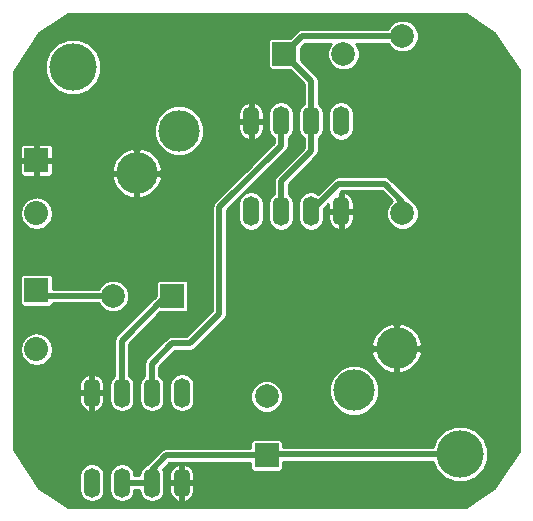
<source format=gbr>
G04 #@! TF.FileFunction,Copper,L1,Top,Signal*
%FSLAX46Y46*%
G04 Gerber Fmt 4.6, Leading zero omitted, Abs format (unit mm)*
G04 Created by KiCad (PCBNEW (2014-11-17 BZR 5289)-product) date Wed 28 Oct 2015 01:57:00 PM EDT*
%MOMM*%
G01*
G04 APERTURE LIST*
%ADD10C,0.100000*%
%ADD11R,2.032000X2.032000*%
%ADD12O,2.032000X2.032000*%
%ADD13O,1.400000X2.500000*%
%ADD14R,2.000000X2.000000*%
%ADD15C,2.000000*%
%ADD16C,1.998980*%
%ADD17C,3.500000*%
%ADD18C,4.000000*%
%ADD19C,0.500000*%
%ADD20C,0.254000*%
G04 APERTURE END LIST*
D10*
D11*
X193000000Y-91500000D03*
D12*
X193000000Y-96000000D03*
D11*
X193000000Y-102500000D03*
D12*
X193000000Y-107500000D03*
D13*
X205310000Y-111190000D03*
X202770000Y-111190000D03*
X200230000Y-111190000D03*
X197690000Y-111190000D03*
X197690000Y-118810000D03*
X200230000Y-118810000D03*
X202770000Y-118810000D03*
X205310000Y-118810000D03*
X218810000Y-88190000D03*
X216270000Y-88190000D03*
X213730000Y-88190000D03*
X211190000Y-88190000D03*
X211190000Y-95810000D03*
X213730000Y-95810000D03*
X216270000Y-95810000D03*
X218810000Y-95810000D03*
D14*
X214000000Y-82500000D03*
D15*
X219000000Y-82500000D03*
D14*
X212500000Y-116500000D03*
D15*
X212500000Y-111500000D03*
D14*
X204500000Y-103000000D03*
D15*
X199500000Y-103000000D03*
D16*
X224000000Y-96000000D03*
X224000000Y-81000000D03*
D17*
X223500000Y-107407898D03*
X219907898Y-111000000D03*
D18*
X228888154Y-116388154D03*
D17*
X201500000Y-92592102D03*
X205092102Y-89000000D03*
D18*
X196111846Y-83611846D03*
D19*
X215500000Y-81000000D02*
X214000000Y-82500000D01*
X224000000Y-81000000D02*
X215500000Y-81000000D01*
X216270000Y-84770000D02*
X216270000Y-88190000D01*
X214000000Y-82500000D02*
X216270000Y-84770000D01*
X213730000Y-93270000D02*
X216270000Y-90730000D01*
X216270000Y-90730000D02*
X216270000Y-88190000D01*
X213730000Y-95810000D02*
X213730000Y-93270000D01*
X200230000Y-118810000D02*
X202770000Y-118810000D01*
X202770000Y-117730000D02*
X204000000Y-116500000D01*
X204000000Y-116500000D02*
X212500000Y-116500000D01*
X202770000Y-118810000D02*
X202770000Y-117730000D01*
X212611846Y-116388154D02*
X212500000Y-116500000D01*
X228888154Y-116388154D02*
X212611846Y-116388154D01*
X200230000Y-106770000D02*
X200230000Y-111190000D01*
X204000000Y-103000000D02*
X200230000Y-106770000D01*
X204500000Y-103000000D02*
X204000000Y-103000000D01*
X199500000Y-103000000D02*
X193500000Y-103000000D01*
X193500000Y-103000000D02*
X193000000Y-102500000D01*
X222500000Y-93500000D02*
X218580000Y-93500000D01*
X218580000Y-93500000D02*
X216270000Y-95810000D01*
X224000000Y-95000000D02*
X222500000Y-93500000D01*
X224000000Y-96000000D02*
X224000000Y-95000000D01*
X202770000Y-108730000D02*
X204500000Y-107000000D01*
X204500000Y-107000000D02*
X206000000Y-107000000D01*
X206000000Y-107000000D02*
X208500000Y-104500000D01*
X208500000Y-104500000D02*
X208500000Y-95500000D01*
X208500000Y-95500000D02*
X213730000Y-90270000D01*
X213730000Y-90270000D02*
X213730000Y-88190000D01*
X202770000Y-111190000D02*
X202770000Y-108730000D01*
D20*
G36*
X233873000Y-115956578D02*
X233832802Y-116158665D01*
X231760334Y-119260333D01*
X231269567Y-119588253D01*
X231269567Y-115916622D01*
X230907845Y-115041188D01*
X230238643Y-114370817D01*
X229363842Y-114007568D01*
X228416622Y-114006741D01*
X227541188Y-114368463D01*
X226870817Y-115037665D01*
X226572059Y-115757154D01*
X225622462Y-115757154D01*
X225622462Y-107872646D01*
X225622462Y-106943150D01*
X225380729Y-106389869D01*
X225380729Y-95726608D01*
X225380729Y-80726608D01*
X225171005Y-80219037D01*
X224783006Y-79830360D01*
X224275801Y-79619751D01*
X223726608Y-79619271D01*
X223219037Y-79828995D01*
X222830360Y-80216994D01*
X222767241Y-80369000D01*
X215500000Y-80369000D01*
X215298589Y-80409063D01*
X215258526Y-80417032D01*
X215053815Y-80553816D01*
X214488631Y-81119000D01*
X212924214Y-81119000D01*
X212784180Y-81177004D01*
X212677004Y-81284181D01*
X212619000Y-81424215D01*
X212619000Y-81575786D01*
X212619000Y-83575786D01*
X212677004Y-83715820D01*
X212784181Y-83822996D01*
X212924215Y-83881000D01*
X213075786Y-83881000D01*
X214488631Y-83881000D01*
X215639000Y-85031368D01*
X215639000Y-86754541D01*
X215505618Y-86843665D01*
X215271286Y-87194366D01*
X215189000Y-87608047D01*
X215189000Y-88771953D01*
X215271286Y-89185634D01*
X215505618Y-89536335D01*
X215639000Y-89625458D01*
X215639000Y-90468631D01*
X214811000Y-91296631D01*
X214811000Y-88771953D01*
X214811000Y-87608047D01*
X214728714Y-87194366D01*
X214494382Y-86843665D01*
X214143681Y-86609333D01*
X213730000Y-86527047D01*
X213316319Y-86609333D01*
X212965618Y-86843665D01*
X212731286Y-87194366D01*
X212649000Y-87608047D01*
X212649000Y-88771953D01*
X212731286Y-89185634D01*
X212965618Y-89536335D01*
X213099000Y-89625458D01*
X213099000Y-90008632D01*
X212271000Y-90836632D01*
X212271000Y-88867000D01*
X212271000Y-88317000D01*
X212271000Y-88063000D01*
X212271000Y-87513000D01*
X212140113Y-87108987D01*
X211864580Y-86785815D01*
X211483371Y-86599570D01*
X211317000Y-86662465D01*
X211317000Y-88063000D01*
X212271000Y-88063000D01*
X212271000Y-88317000D01*
X211317000Y-88317000D01*
X211317000Y-89717535D01*
X211483371Y-89780430D01*
X211864580Y-89594185D01*
X212140113Y-89271013D01*
X212271000Y-88867000D01*
X212271000Y-90836632D01*
X211063000Y-92044632D01*
X211063000Y-89717535D01*
X211063000Y-88317000D01*
X211063000Y-88063000D01*
X211063000Y-86662465D01*
X210896629Y-86599570D01*
X210515420Y-86785815D01*
X210239887Y-87108987D01*
X210109000Y-87513000D01*
X210109000Y-88063000D01*
X211063000Y-88063000D01*
X211063000Y-88317000D01*
X210109000Y-88317000D01*
X210109000Y-88867000D01*
X210239887Y-89271013D01*
X210515420Y-89594185D01*
X210896629Y-89780430D01*
X211063000Y-89717535D01*
X211063000Y-92044632D01*
X208053816Y-95053816D01*
X207917032Y-95258527D01*
X207869000Y-95500000D01*
X207869000Y-104238632D01*
X207223471Y-104884161D01*
X207223471Y-88577978D01*
X206899729Y-87794462D01*
X206300793Y-87194479D01*
X205517844Y-86869370D01*
X204670080Y-86868631D01*
X203886564Y-87192373D01*
X203286581Y-87791309D01*
X202961472Y-88574258D01*
X202960733Y-89422022D01*
X203284475Y-90205538D01*
X203883411Y-90805521D01*
X204666360Y-91130630D01*
X205514124Y-91131369D01*
X206297640Y-90807627D01*
X206897623Y-90208691D01*
X207222732Y-89425742D01*
X207223471Y-88577978D01*
X207223471Y-104884161D01*
X205881000Y-106226632D01*
X205881000Y-104075785D01*
X205881000Y-103924214D01*
X205881000Y-101924214D01*
X205822996Y-101784180D01*
X205715819Y-101677004D01*
X205575785Y-101619000D01*
X205424214Y-101619000D01*
X203622462Y-101619000D01*
X203622462Y-93056850D01*
X203622462Y-92127354D01*
X203283048Y-91350500D01*
X202672181Y-90762668D01*
X201964748Y-90469640D01*
X201627000Y-90518488D01*
X201627000Y-92465102D01*
X203573614Y-92465102D01*
X203622462Y-92127354D01*
X203622462Y-93056850D01*
X203573614Y-92719102D01*
X201627000Y-92719102D01*
X201627000Y-94665716D01*
X201964748Y-94714564D01*
X202741602Y-94375150D01*
X203329434Y-93764283D01*
X203622462Y-93056850D01*
X203622462Y-101619000D01*
X203424214Y-101619000D01*
X203284180Y-101677004D01*
X203177004Y-101784181D01*
X203119000Y-101924215D01*
X203119000Y-102075786D01*
X203119000Y-102988632D01*
X201373000Y-104734632D01*
X201373000Y-94665716D01*
X201373000Y-92719102D01*
X201373000Y-92465102D01*
X201373000Y-90518488D01*
X201035252Y-90469640D01*
X200258398Y-90809054D01*
X199670566Y-91419921D01*
X199377538Y-92127354D01*
X199426386Y-92465102D01*
X201373000Y-92465102D01*
X201373000Y-92719102D01*
X199426386Y-92719102D01*
X199377538Y-93056850D01*
X199716952Y-93833704D01*
X200327819Y-94421536D01*
X201035252Y-94714564D01*
X201373000Y-94665716D01*
X201373000Y-104734632D01*
X200881239Y-105226393D01*
X200881239Y-102726507D01*
X200671437Y-102218749D01*
X200283295Y-101829928D01*
X199775903Y-101619241D01*
X199226507Y-101618761D01*
X198718749Y-101828563D01*
X198493259Y-102053659D01*
X198493259Y-83140314D01*
X198131537Y-82264880D01*
X197462335Y-81594509D01*
X196587534Y-81231260D01*
X195640314Y-81230433D01*
X194764880Y-81592155D01*
X194094509Y-82261357D01*
X193731260Y-83136158D01*
X193730433Y-84083378D01*
X194092155Y-84958812D01*
X194761357Y-85629183D01*
X195636158Y-85992432D01*
X196583378Y-85993259D01*
X197458812Y-85631537D01*
X198129183Y-84962335D01*
X198492432Y-84087534D01*
X198493259Y-83140314D01*
X198493259Y-102053659D01*
X198329928Y-102216705D01*
X198266689Y-102369000D01*
X194397000Y-102369000D01*
X194397000Y-101408214D01*
X194397000Y-96027369D01*
X194397000Y-95972631D01*
X194397000Y-92591786D01*
X194397000Y-91722250D01*
X194397000Y-91277750D01*
X194397000Y-90408214D01*
X194338996Y-90268180D01*
X194231819Y-90161004D01*
X194091785Y-90103000D01*
X193940214Y-90103000D01*
X193222250Y-90103000D01*
X193127000Y-90198250D01*
X193127000Y-91373000D01*
X194301750Y-91373000D01*
X194397000Y-91277750D01*
X194397000Y-91722250D01*
X194301750Y-91627000D01*
X193127000Y-91627000D01*
X193127000Y-92801750D01*
X193222250Y-92897000D01*
X193940214Y-92897000D01*
X194091785Y-92897000D01*
X194231819Y-92838996D01*
X194338996Y-92731820D01*
X194397000Y-92591786D01*
X194397000Y-95972631D01*
X194290660Y-95438022D01*
X193987828Y-94984803D01*
X193534609Y-94681971D01*
X193000000Y-94575631D01*
X192873000Y-94600892D01*
X192873000Y-92801750D01*
X192873000Y-91627000D01*
X192873000Y-91373000D01*
X192873000Y-90198250D01*
X192777750Y-90103000D01*
X192059786Y-90103000D01*
X191908215Y-90103000D01*
X191768181Y-90161004D01*
X191661004Y-90268180D01*
X191603000Y-90408214D01*
X191603000Y-91277750D01*
X191698250Y-91373000D01*
X192873000Y-91373000D01*
X192873000Y-91627000D01*
X191698250Y-91627000D01*
X191603000Y-91722250D01*
X191603000Y-92591786D01*
X191661004Y-92731820D01*
X191768181Y-92838996D01*
X191908215Y-92897000D01*
X192059786Y-92897000D01*
X192777750Y-92897000D01*
X192873000Y-92801750D01*
X192873000Y-94600892D01*
X192465391Y-94681971D01*
X192012172Y-94984803D01*
X191709340Y-95438022D01*
X191603000Y-95972631D01*
X191603000Y-96027369D01*
X191709340Y-96561978D01*
X192012172Y-97015197D01*
X192465391Y-97318029D01*
X193000000Y-97424369D01*
X193534609Y-97318029D01*
X193987828Y-97015197D01*
X194290660Y-96561978D01*
X194397000Y-96027369D01*
X194397000Y-101408214D01*
X194338996Y-101268180D01*
X194231819Y-101161004D01*
X194091785Y-101103000D01*
X193940214Y-101103000D01*
X191908214Y-101103000D01*
X191768180Y-101161004D01*
X191661004Y-101268181D01*
X191603000Y-101408215D01*
X191603000Y-101559786D01*
X191603000Y-103591786D01*
X191661004Y-103731820D01*
X191768181Y-103838996D01*
X191908215Y-103897000D01*
X192059786Y-103897000D01*
X194091786Y-103897000D01*
X194231820Y-103838996D01*
X194338996Y-103731819D01*
X194380756Y-103631000D01*
X198266480Y-103631000D01*
X198328563Y-103781251D01*
X198716705Y-104170072D01*
X199224097Y-104380759D01*
X199773493Y-104381239D01*
X200281251Y-104171437D01*
X200670072Y-103783295D01*
X200880759Y-103275903D01*
X200881239Y-102726507D01*
X200881239Y-105226393D01*
X199783816Y-106323816D01*
X199647032Y-106528527D01*
X199599000Y-106770000D01*
X199599000Y-109754541D01*
X199465618Y-109843665D01*
X199231286Y-110194366D01*
X199149000Y-110608047D01*
X199149000Y-111771953D01*
X199231286Y-112185634D01*
X199465618Y-112536335D01*
X199816319Y-112770667D01*
X200230000Y-112852953D01*
X200643681Y-112770667D01*
X200994382Y-112536335D01*
X201228714Y-112185634D01*
X201311000Y-111771953D01*
X201311000Y-110608047D01*
X201228714Y-110194366D01*
X200994382Y-109843665D01*
X200861000Y-109754541D01*
X200861000Y-107031368D01*
X203511368Y-104381000D01*
X203575786Y-104381000D01*
X205575786Y-104381000D01*
X205715820Y-104322996D01*
X205822996Y-104215819D01*
X205881000Y-104075785D01*
X205881000Y-106226632D01*
X205738632Y-106369000D01*
X204500000Y-106369000D01*
X204258527Y-106417032D01*
X204190599Y-106462420D01*
X204053815Y-106553816D01*
X202323816Y-108283816D01*
X202187032Y-108488527D01*
X202139000Y-108730000D01*
X202139000Y-109754541D01*
X202005618Y-109843665D01*
X201771286Y-110194366D01*
X201689000Y-110608047D01*
X201689000Y-111771953D01*
X201771286Y-112185634D01*
X202005618Y-112536335D01*
X202356319Y-112770667D01*
X202770000Y-112852953D01*
X203183681Y-112770667D01*
X203534382Y-112536335D01*
X203768714Y-112185634D01*
X203851000Y-111771953D01*
X203851000Y-110608047D01*
X203768714Y-110194366D01*
X203534382Y-109843665D01*
X203401000Y-109754541D01*
X203401000Y-108991368D01*
X204761368Y-107631000D01*
X206000000Y-107631000D01*
X206000000Y-107630999D01*
X206241473Y-107582968D01*
X206446184Y-107446184D01*
X208946184Y-104946184D01*
X209082968Y-104741473D01*
X209131000Y-104500000D01*
X209131000Y-95761368D01*
X210419405Y-94472962D01*
X210191286Y-94814366D01*
X210109000Y-95228047D01*
X210109000Y-96391953D01*
X210191286Y-96805634D01*
X210425618Y-97156335D01*
X210776319Y-97390667D01*
X211190000Y-97472953D01*
X211603681Y-97390667D01*
X211954382Y-97156335D01*
X212188714Y-96805634D01*
X212271000Y-96391953D01*
X212271000Y-95228047D01*
X212188714Y-94814366D01*
X211954382Y-94463665D01*
X211603681Y-94229333D01*
X211190000Y-94147047D01*
X210776319Y-94229333D01*
X210434915Y-94457452D01*
X214176184Y-90716184D01*
X214312968Y-90511473D01*
X214361000Y-90270000D01*
X214361000Y-89625458D01*
X214494382Y-89536335D01*
X214728714Y-89185634D01*
X214811000Y-88771953D01*
X214811000Y-91296631D01*
X213283816Y-92823816D01*
X213147032Y-93028527D01*
X213099000Y-93270000D01*
X213099000Y-94374541D01*
X212965618Y-94463665D01*
X212731286Y-94814366D01*
X212649000Y-95228047D01*
X212649000Y-96391953D01*
X212731286Y-96805634D01*
X212965618Y-97156335D01*
X213316319Y-97390667D01*
X213730000Y-97472953D01*
X214143681Y-97390667D01*
X214494382Y-97156335D01*
X214728714Y-96805634D01*
X214811000Y-96391953D01*
X214811000Y-95228047D01*
X214728714Y-94814366D01*
X214494382Y-94463665D01*
X214361000Y-94374541D01*
X214361000Y-93531368D01*
X216716184Y-91176185D01*
X216716184Y-91176184D01*
X216852968Y-90971474D01*
X216852968Y-90971473D01*
X216860936Y-90931410D01*
X216900999Y-90730000D01*
X216901000Y-90730000D01*
X216901000Y-89625458D01*
X217034382Y-89536335D01*
X217268714Y-89185634D01*
X217351000Y-88771953D01*
X217351000Y-87608047D01*
X217268714Y-87194366D01*
X217034382Y-86843665D01*
X216901000Y-86754541D01*
X216901000Y-84770000D01*
X216852968Y-84528527D01*
X216716185Y-84323816D01*
X215381000Y-82988631D01*
X215381000Y-82011368D01*
X215761368Y-81631000D01*
X217915782Y-81631000D01*
X217829928Y-81716705D01*
X217619241Y-82224097D01*
X217618761Y-82773493D01*
X217828563Y-83281251D01*
X218216705Y-83670072D01*
X218724097Y-83880759D01*
X219273493Y-83881239D01*
X219781251Y-83671437D01*
X220170072Y-83283295D01*
X220380759Y-82775903D01*
X220381239Y-82226507D01*
X220171437Y-81718749D01*
X220083841Y-81631000D01*
X222767031Y-81631000D01*
X222828995Y-81780963D01*
X223216994Y-82169640D01*
X223724199Y-82380249D01*
X224273392Y-82380729D01*
X224780963Y-82171005D01*
X225169640Y-81783006D01*
X225380249Y-81275801D01*
X225380729Y-80726608D01*
X225380729Y-95726608D01*
X225171005Y-95219037D01*
X224783006Y-94830360D01*
X224572584Y-94742985D01*
X224572583Y-94742985D01*
X224446184Y-94553816D01*
X224446184Y-94553815D01*
X222946184Y-93053816D01*
X222741473Y-92917032D01*
X222500000Y-92869000D01*
X219891000Y-92869000D01*
X219891000Y-88771953D01*
X219891000Y-87608047D01*
X219808714Y-87194366D01*
X219574382Y-86843665D01*
X219223681Y-86609333D01*
X218810000Y-86527047D01*
X218396319Y-86609333D01*
X218045618Y-86843665D01*
X217811286Y-87194366D01*
X217729000Y-87608047D01*
X217729000Y-88771953D01*
X217811286Y-89185634D01*
X218045618Y-89536335D01*
X218396319Y-89770667D01*
X218810000Y-89852953D01*
X219223681Y-89770667D01*
X219574382Y-89536335D01*
X219808714Y-89185634D01*
X219891000Y-88771953D01*
X219891000Y-92869000D01*
X218580000Y-92869000D01*
X218378589Y-92909063D01*
X218338526Y-92917032D01*
X218133815Y-93053816D01*
X216848301Y-94339329D01*
X216683681Y-94229333D01*
X216270000Y-94147047D01*
X215856319Y-94229333D01*
X215505618Y-94463665D01*
X215271286Y-94814366D01*
X215189000Y-95228047D01*
X215189000Y-96391953D01*
X215271286Y-96805634D01*
X215505618Y-97156335D01*
X215856319Y-97390667D01*
X216270000Y-97472953D01*
X216683681Y-97390667D01*
X217034382Y-97156335D01*
X217268714Y-96805634D01*
X217351000Y-96391953D01*
X217351000Y-95621368D01*
X217729000Y-95243368D01*
X217729000Y-95683000D01*
X218683000Y-95683000D01*
X218683000Y-94289368D01*
X218841368Y-94131000D01*
X222238631Y-94131000D01*
X223077708Y-94970077D01*
X222830360Y-95216994D01*
X222619751Y-95724199D01*
X222619271Y-96273392D01*
X222828995Y-96780963D01*
X223216994Y-97169640D01*
X223724199Y-97380249D01*
X224273392Y-97380729D01*
X224780963Y-97171005D01*
X225169640Y-96783006D01*
X225380249Y-96275801D01*
X225380729Y-95726608D01*
X225380729Y-106389869D01*
X225283048Y-106166296D01*
X224672181Y-105578464D01*
X223964748Y-105285436D01*
X223627000Y-105334284D01*
X223627000Y-107280898D01*
X225573614Y-107280898D01*
X225622462Y-106943150D01*
X225622462Y-107872646D01*
X225573614Y-107534898D01*
X223627000Y-107534898D01*
X223627000Y-109481512D01*
X223964748Y-109530360D01*
X224741602Y-109190946D01*
X225329434Y-108580079D01*
X225622462Y-107872646D01*
X225622462Y-115757154D01*
X223373000Y-115757154D01*
X223373000Y-109481512D01*
X223373000Y-107534898D01*
X223373000Y-107280898D01*
X223373000Y-105334284D01*
X223035252Y-105285436D01*
X222258398Y-105624850D01*
X221670566Y-106235717D01*
X221377538Y-106943150D01*
X221426386Y-107280898D01*
X223373000Y-107280898D01*
X223373000Y-107534898D01*
X221426386Y-107534898D01*
X221377538Y-107872646D01*
X221716952Y-108649500D01*
X222327819Y-109237332D01*
X223035252Y-109530360D01*
X223373000Y-109481512D01*
X223373000Y-115757154D01*
X222039267Y-115757154D01*
X222039267Y-110577978D01*
X221715525Y-109794462D01*
X221116589Y-109194479D01*
X220333640Y-108869370D01*
X219891000Y-108868984D01*
X219891000Y-96487000D01*
X219891000Y-95937000D01*
X219891000Y-95683000D01*
X219891000Y-95133000D01*
X219760113Y-94728987D01*
X219484580Y-94405815D01*
X219103371Y-94219570D01*
X218937000Y-94282465D01*
X218937000Y-95683000D01*
X219891000Y-95683000D01*
X219891000Y-95937000D01*
X218937000Y-95937000D01*
X218937000Y-97337535D01*
X219103371Y-97400430D01*
X219484580Y-97214185D01*
X219760113Y-96891013D01*
X219891000Y-96487000D01*
X219891000Y-108868984D01*
X219485876Y-108868631D01*
X218702360Y-109192373D01*
X218683000Y-109211699D01*
X218683000Y-97337535D01*
X218683000Y-95937000D01*
X217729000Y-95937000D01*
X217729000Y-96487000D01*
X217859887Y-96891013D01*
X218135420Y-97214185D01*
X218516629Y-97400430D01*
X218683000Y-97337535D01*
X218683000Y-109211699D01*
X218102377Y-109791309D01*
X217777268Y-110574258D01*
X217776529Y-111422022D01*
X218100271Y-112205538D01*
X218699207Y-112805521D01*
X219482156Y-113130630D01*
X220329920Y-113131369D01*
X221113436Y-112807627D01*
X221713419Y-112208691D01*
X222038528Y-111425742D01*
X222039267Y-110577978D01*
X222039267Y-115757154D01*
X213881239Y-115757154D01*
X213881239Y-111226507D01*
X213671437Y-110718749D01*
X213283295Y-110329928D01*
X212775903Y-110119241D01*
X212226507Y-110118761D01*
X211718749Y-110328563D01*
X211329928Y-110716705D01*
X211119241Y-111224097D01*
X211118761Y-111773493D01*
X211328563Y-112281251D01*
X211716705Y-112670072D01*
X212224097Y-112880759D01*
X212773493Y-112881239D01*
X213281251Y-112671437D01*
X213670072Y-112283295D01*
X213880759Y-111775903D01*
X213881239Y-111226507D01*
X213881239Y-115757154D01*
X213881000Y-115757154D01*
X213881000Y-115424214D01*
X213822996Y-115284180D01*
X213715819Y-115177004D01*
X213575785Y-115119000D01*
X213424214Y-115119000D01*
X211424214Y-115119000D01*
X211284180Y-115177004D01*
X211177004Y-115284181D01*
X211119000Y-115424215D01*
X211119000Y-115575786D01*
X211119000Y-115869000D01*
X206391000Y-115869000D01*
X206391000Y-111771953D01*
X206391000Y-110608047D01*
X206308714Y-110194366D01*
X206074382Y-109843665D01*
X205723681Y-109609333D01*
X205310000Y-109527047D01*
X204896319Y-109609333D01*
X204545618Y-109843665D01*
X204311286Y-110194366D01*
X204229000Y-110608047D01*
X204229000Y-111771953D01*
X204311286Y-112185634D01*
X204545618Y-112536335D01*
X204896319Y-112770667D01*
X205310000Y-112852953D01*
X205723681Y-112770667D01*
X206074382Y-112536335D01*
X206308714Y-112185634D01*
X206391000Y-111771953D01*
X206391000Y-115869000D01*
X204000000Y-115869000D01*
X203758527Y-115917032D01*
X203553816Y-116053815D01*
X202383756Y-117223875D01*
X202356319Y-117229333D01*
X202005618Y-117463665D01*
X201771286Y-117814366D01*
X201698756Y-118179000D01*
X201301243Y-118179000D01*
X201228714Y-117814366D01*
X200994382Y-117463665D01*
X200643681Y-117229333D01*
X200230000Y-117147047D01*
X199816319Y-117229333D01*
X199465618Y-117463665D01*
X199231286Y-117814366D01*
X199149000Y-118228047D01*
X199149000Y-119391953D01*
X199231286Y-119805634D01*
X199465618Y-120156335D01*
X199816319Y-120390667D01*
X200230000Y-120472953D01*
X200643681Y-120390667D01*
X200994382Y-120156335D01*
X201228714Y-119805634D01*
X201301243Y-119441000D01*
X201698756Y-119441000D01*
X201771286Y-119805634D01*
X202005618Y-120156335D01*
X202356319Y-120390667D01*
X202770000Y-120472953D01*
X203183681Y-120390667D01*
X203534382Y-120156335D01*
X203768714Y-119805634D01*
X203851000Y-119391953D01*
X203851000Y-118228047D01*
X203768714Y-117814366D01*
X203692325Y-117700042D01*
X204261368Y-117131000D01*
X211119000Y-117131000D01*
X211119000Y-117575786D01*
X211177004Y-117715820D01*
X211284181Y-117822996D01*
X211424215Y-117881000D01*
X211575786Y-117881000D01*
X213575786Y-117881000D01*
X213715820Y-117822996D01*
X213822996Y-117715819D01*
X213881000Y-117575785D01*
X213881000Y-117424214D01*
X213881000Y-117019154D01*
X226572631Y-117019154D01*
X226868463Y-117735120D01*
X227537665Y-118405491D01*
X228412466Y-118768740D01*
X229359686Y-118769567D01*
X230235120Y-118407845D01*
X230905491Y-117738643D01*
X231268740Y-116863842D01*
X231269567Y-115916622D01*
X231269567Y-119588253D01*
X229346808Y-120873000D01*
X206391000Y-120873000D01*
X206391000Y-119487000D01*
X206391000Y-118937000D01*
X206391000Y-118683000D01*
X206391000Y-118133000D01*
X206260113Y-117728987D01*
X205984580Y-117405815D01*
X205603371Y-117219570D01*
X205437000Y-117282465D01*
X205437000Y-118683000D01*
X206391000Y-118683000D01*
X206391000Y-118937000D01*
X205437000Y-118937000D01*
X205437000Y-120337535D01*
X205603371Y-120400430D01*
X205984580Y-120214185D01*
X206260113Y-119891013D01*
X206391000Y-119487000D01*
X206391000Y-120873000D01*
X205183000Y-120873000D01*
X205183000Y-120337535D01*
X205183000Y-118937000D01*
X205183000Y-118683000D01*
X205183000Y-117282465D01*
X205016629Y-117219570D01*
X204635420Y-117405815D01*
X204359887Y-117728987D01*
X204229000Y-118133000D01*
X204229000Y-118683000D01*
X205183000Y-118683000D01*
X205183000Y-118937000D01*
X204229000Y-118937000D01*
X204229000Y-119487000D01*
X204359887Y-119891013D01*
X204635420Y-120214185D01*
X205016629Y-120400430D01*
X205183000Y-120337535D01*
X205183000Y-120873000D01*
X198771000Y-120873000D01*
X198771000Y-119391953D01*
X198771000Y-118228047D01*
X198771000Y-111867000D01*
X198771000Y-111317000D01*
X198771000Y-111063000D01*
X198771000Y-110513000D01*
X198640113Y-110108987D01*
X198364580Y-109785815D01*
X197983371Y-109599570D01*
X197817000Y-109662465D01*
X197817000Y-111063000D01*
X198771000Y-111063000D01*
X198771000Y-111317000D01*
X197817000Y-111317000D01*
X197817000Y-112717535D01*
X197983371Y-112780430D01*
X198364580Y-112594185D01*
X198640113Y-112271013D01*
X198771000Y-111867000D01*
X198771000Y-118228047D01*
X198688714Y-117814366D01*
X198454382Y-117463665D01*
X198103681Y-117229333D01*
X197690000Y-117147047D01*
X197563000Y-117172308D01*
X197563000Y-112717535D01*
X197563000Y-111317000D01*
X197563000Y-111063000D01*
X197563000Y-109662465D01*
X197396629Y-109599570D01*
X197015420Y-109785815D01*
X196739887Y-110108987D01*
X196609000Y-110513000D01*
X196609000Y-111063000D01*
X197563000Y-111063000D01*
X197563000Y-111317000D01*
X196609000Y-111317000D01*
X196609000Y-111867000D01*
X196739887Y-112271013D01*
X197015420Y-112594185D01*
X197396629Y-112780430D01*
X197563000Y-112717535D01*
X197563000Y-117172308D01*
X197276319Y-117229333D01*
X196925618Y-117463665D01*
X196691286Y-117814366D01*
X196609000Y-118228047D01*
X196609000Y-119391953D01*
X196691286Y-119805634D01*
X196925618Y-120156335D01*
X197276319Y-120390667D01*
X197690000Y-120472953D01*
X198103681Y-120390667D01*
X198454382Y-120156335D01*
X198688714Y-119805634D01*
X198771000Y-119391953D01*
X198771000Y-120873000D01*
X195653191Y-120873000D01*
X194397000Y-120033639D01*
X194397000Y-107527369D01*
X194397000Y-107472631D01*
X194290660Y-106938022D01*
X193987828Y-106484803D01*
X193534609Y-106181971D01*
X193000000Y-106075631D01*
X192465391Y-106181971D01*
X192012172Y-106484803D01*
X191709340Y-106938022D01*
X191603000Y-107472631D01*
X191603000Y-107527369D01*
X191709340Y-108061978D01*
X192012172Y-108515197D01*
X192465391Y-108818029D01*
X193000000Y-108924369D01*
X193534609Y-108818029D01*
X193987828Y-108515197D01*
X194290660Y-108061978D01*
X194397000Y-107527369D01*
X194397000Y-120033639D01*
X193239666Y-119260334D01*
X191167197Y-116158665D01*
X191127000Y-115956578D01*
X191127000Y-84043421D01*
X191167197Y-83841334D01*
X193239666Y-80739665D01*
X195653191Y-79127000D01*
X229346808Y-79127000D01*
X231760334Y-80739666D01*
X233832802Y-83841334D01*
X233873000Y-84043421D01*
X233873000Y-115956578D01*
X233873000Y-115956578D01*
G37*
X233873000Y-115956578D02*
X233832802Y-116158665D01*
X231760334Y-119260333D01*
X231269567Y-119588253D01*
X231269567Y-115916622D01*
X230907845Y-115041188D01*
X230238643Y-114370817D01*
X229363842Y-114007568D01*
X228416622Y-114006741D01*
X227541188Y-114368463D01*
X226870817Y-115037665D01*
X226572059Y-115757154D01*
X225622462Y-115757154D01*
X225622462Y-107872646D01*
X225622462Y-106943150D01*
X225380729Y-106389869D01*
X225380729Y-95726608D01*
X225380729Y-80726608D01*
X225171005Y-80219037D01*
X224783006Y-79830360D01*
X224275801Y-79619751D01*
X223726608Y-79619271D01*
X223219037Y-79828995D01*
X222830360Y-80216994D01*
X222767241Y-80369000D01*
X215500000Y-80369000D01*
X215298589Y-80409063D01*
X215258526Y-80417032D01*
X215053815Y-80553816D01*
X214488631Y-81119000D01*
X212924214Y-81119000D01*
X212784180Y-81177004D01*
X212677004Y-81284181D01*
X212619000Y-81424215D01*
X212619000Y-81575786D01*
X212619000Y-83575786D01*
X212677004Y-83715820D01*
X212784181Y-83822996D01*
X212924215Y-83881000D01*
X213075786Y-83881000D01*
X214488631Y-83881000D01*
X215639000Y-85031368D01*
X215639000Y-86754541D01*
X215505618Y-86843665D01*
X215271286Y-87194366D01*
X215189000Y-87608047D01*
X215189000Y-88771953D01*
X215271286Y-89185634D01*
X215505618Y-89536335D01*
X215639000Y-89625458D01*
X215639000Y-90468631D01*
X214811000Y-91296631D01*
X214811000Y-88771953D01*
X214811000Y-87608047D01*
X214728714Y-87194366D01*
X214494382Y-86843665D01*
X214143681Y-86609333D01*
X213730000Y-86527047D01*
X213316319Y-86609333D01*
X212965618Y-86843665D01*
X212731286Y-87194366D01*
X212649000Y-87608047D01*
X212649000Y-88771953D01*
X212731286Y-89185634D01*
X212965618Y-89536335D01*
X213099000Y-89625458D01*
X213099000Y-90008632D01*
X212271000Y-90836632D01*
X212271000Y-88867000D01*
X212271000Y-88317000D01*
X212271000Y-88063000D01*
X212271000Y-87513000D01*
X212140113Y-87108987D01*
X211864580Y-86785815D01*
X211483371Y-86599570D01*
X211317000Y-86662465D01*
X211317000Y-88063000D01*
X212271000Y-88063000D01*
X212271000Y-88317000D01*
X211317000Y-88317000D01*
X211317000Y-89717535D01*
X211483371Y-89780430D01*
X211864580Y-89594185D01*
X212140113Y-89271013D01*
X212271000Y-88867000D01*
X212271000Y-90836632D01*
X211063000Y-92044632D01*
X211063000Y-89717535D01*
X211063000Y-88317000D01*
X211063000Y-88063000D01*
X211063000Y-86662465D01*
X210896629Y-86599570D01*
X210515420Y-86785815D01*
X210239887Y-87108987D01*
X210109000Y-87513000D01*
X210109000Y-88063000D01*
X211063000Y-88063000D01*
X211063000Y-88317000D01*
X210109000Y-88317000D01*
X210109000Y-88867000D01*
X210239887Y-89271013D01*
X210515420Y-89594185D01*
X210896629Y-89780430D01*
X211063000Y-89717535D01*
X211063000Y-92044632D01*
X208053816Y-95053816D01*
X207917032Y-95258527D01*
X207869000Y-95500000D01*
X207869000Y-104238632D01*
X207223471Y-104884161D01*
X207223471Y-88577978D01*
X206899729Y-87794462D01*
X206300793Y-87194479D01*
X205517844Y-86869370D01*
X204670080Y-86868631D01*
X203886564Y-87192373D01*
X203286581Y-87791309D01*
X202961472Y-88574258D01*
X202960733Y-89422022D01*
X203284475Y-90205538D01*
X203883411Y-90805521D01*
X204666360Y-91130630D01*
X205514124Y-91131369D01*
X206297640Y-90807627D01*
X206897623Y-90208691D01*
X207222732Y-89425742D01*
X207223471Y-88577978D01*
X207223471Y-104884161D01*
X205881000Y-106226632D01*
X205881000Y-104075785D01*
X205881000Y-103924214D01*
X205881000Y-101924214D01*
X205822996Y-101784180D01*
X205715819Y-101677004D01*
X205575785Y-101619000D01*
X205424214Y-101619000D01*
X203622462Y-101619000D01*
X203622462Y-93056850D01*
X203622462Y-92127354D01*
X203283048Y-91350500D01*
X202672181Y-90762668D01*
X201964748Y-90469640D01*
X201627000Y-90518488D01*
X201627000Y-92465102D01*
X203573614Y-92465102D01*
X203622462Y-92127354D01*
X203622462Y-93056850D01*
X203573614Y-92719102D01*
X201627000Y-92719102D01*
X201627000Y-94665716D01*
X201964748Y-94714564D01*
X202741602Y-94375150D01*
X203329434Y-93764283D01*
X203622462Y-93056850D01*
X203622462Y-101619000D01*
X203424214Y-101619000D01*
X203284180Y-101677004D01*
X203177004Y-101784181D01*
X203119000Y-101924215D01*
X203119000Y-102075786D01*
X203119000Y-102988632D01*
X201373000Y-104734632D01*
X201373000Y-94665716D01*
X201373000Y-92719102D01*
X201373000Y-92465102D01*
X201373000Y-90518488D01*
X201035252Y-90469640D01*
X200258398Y-90809054D01*
X199670566Y-91419921D01*
X199377538Y-92127354D01*
X199426386Y-92465102D01*
X201373000Y-92465102D01*
X201373000Y-92719102D01*
X199426386Y-92719102D01*
X199377538Y-93056850D01*
X199716952Y-93833704D01*
X200327819Y-94421536D01*
X201035252Y-94714564D01*
X201373000Y-94665716D01*
X201373000Y-104734632D01*
X200881239Y-105226393D01*
X200881239Y-102726507D01*
X200671437Y-102218749D01*
X200283295Y-101829928D01*
X199775903Y-101619241D01*
X199226507Y-101618761D01*
X198718749Y-101828563D01*
X198493259Y-102053659D01*
X198493259Y-83140314D01*
X198131537Y-82264880D01*
X197462335Y-81594509D01*
X196587534Y-81231260D01*
X195640314Y-81230433D01*
X194764880Y-81592155D01*
X194094509Y-82261357D01*
X193731260Y-83136158D01*
X193730433Y-84083378D01*
X194092155Y-84958812D01*
X194761357Y-85629183D01*
X195636158Y-85992432D01*
X196583378Y-85993259D01*
X197458812Y-85631537D01*
X198129183Y-84962335D01*
X198492432Y-84087534D01*
X198493259Y-83140314D01*
X198493259Y-102053659D01*
X198329928Y-102216705D01*
X198266689Y-102369000D01*
X194397000Y-102369000D01*
X194397000Y-101408214D01*
X194397000Y-96027369D01*
X194397000Y-95972631D01*
X194397000Y-92591786D01*
X194397000Y-91722250D01*
X194397000Y-91277750D01*
X194397000Y-90408214D01*
X194338996Y-90268180D01*
X194231819Y-90161004D01*
X194091785Y-90103000D01*
X193940214Y-90103000D01*
X193222250Y-90103000D01*
X193127000Y-90198250D01*
X193127000Y-91373000D01*
X194301750Y-91373000D01*
X194397000Y-91277750D01*
X194397000Y-91722250D01*
X194301750Y-91627000D01*
X193127000Y-91627000D01*
X193127000Y-92801750D01*
X193222250Y-92897000D01*
X193940214Y-92897000D01*
X194091785Y-92897000D01*
X194231819Y-92838996D01*
X194338996Y-92731820D01*
X194397000Y-92591786D01*
X194397000Y-95972631D01*
X194290660Y-95438022D01*
X193987828Y-94984803D01*
X193534609Y-94681971D01*
X193000000Y-94575631D01*
X192873000Y-94600892D01*
X192873000Y-92801750D01*
X192873000Y-91627000D01*
X192873000Y-91373000D01*
X192873000Y-90198250D01*
X192777750Y-90103000D01*
X192059786Y-90103000D01*
X191908215Y-90103000D01*
X191768181Y-90161004D01*
X191661004Y-90268180D01*
X191603000Y-90408214D01*
X191603000Y-91277750D01*
X191698250Y-91373000D01*
X192873000Y-91373000D01*
X192873000Y-91627000D01*
X191698250Y-91627000D01*
X191603000Y-91722250D01*
X191603000Y-92591786D01*
X191661004Y-92731820D01*
X191768181Y-92838996D01*
X191908215Y-92897000D01*
X192059786Y-92897000D01*
X192777750Y-92897000D01*
X192873000Y-92801750D01*
X192873000Y-94600892D01*
X192465391Y-94681971D01*
X192012172Y-94984803D01*
X191709340Y-95438022D01*
X191603000Y-95972631D01*
X191603000Y-96027369D01*
X191709340Y-96561978D01*
X192012172Y-97015197D01*
X192465391Y-97318029D01*
X193000000Y-97424369D01*
X193534609Y-97318029D01*
X193987828Y-97015197D01*
X194290660Y-96561978D01*
X194397000Y-96027369D01*
X194397000Y-101408214D01*
X194338996Y-101268180D01*
X194231819Y-101161004D01*
X194091785Y-101103000D01*
X193940214Y-101103000D01*
X191908214Y-101103000D01*
X191768180Y-101161004D01*
X191661004Y-101268181D01*
X191603000Y-101408215D01*
X191603000Y-101559786D01*
X191603000Y-103591786D01*
X191661004Y-103731820D01*
X191768181Y-103838996D01*
X191908215Y-103897000D01*
X192059786Y-103897000D01*
X194091786Y-103897000D01*
X194231820Y-103838996D01*
X194338996Y-103731819D01*
X194380756Y-103631000D01*
X198266480Y-103631000D01*
X198328563Y-103781251D01*
X198716705Y-104170072D01*
X199224097Y-104380759D01*
X199773493Y-104381239D01*
X200281251Y-104171437D01*
X200670072Y-103783295D01*
X200880759Y-103275903D01*
X200881239Y-102726507D01*
X200881239Y-105226393D01*
X199783816Y-106323816D01*
X199647032Y-106528527D01*
X199599000Y-106770000D01*
X199599000Y-109754541D01*
X199465618Y-109843665D01*
X199231286Y-110194366D01*
X199149000Y-110608047D01*
X199149000Y-111771953D01*
X199231286Y-112185634D01*
X199465618Y-112536335D01*
X199816319Y-112770667D01*
X200230000Y-112852953D01*
X200643681Y-112770667D01*
X200994382Y-112536335D01*
X201228714Y-112185634D01*
X201311000Y-111771953D01*
X201311000Y-110608047D01*
X201228714Y-110194366D01*
X200994382Y-109843665D01*
X200861000Y-109754541D01*
X200861000Y-107031368D01*
X203511368Y-104381000D01*
X203575786Y-104381000D01*
X205575786Y-104381000D01*
X205715820Y-104322996D01*
X205822996Y-104215819D01*
X205881000Y-104075785D01*
X205881000Y-106226632D01*
X205738632Y-106369000D01*
X204500000Y-106369000D01*
X204258527Y-106417032D01*
X204190599Y-106462420D01*
X204053815Y-106553816D01*
X202323816Y-108283816D01*
X202187032Y-108488527D01*
X202139000Y-108730000D01*
X202139000Y-109754541D01*
X202005618Y-109843665D01*
X201771286Y-110194366D01*
X201689000Y-110608047D01*
X201689000Y-111771953D01*
X201771286Y-112185634D01*
X202005618Y-112536335D01*
X202356319Y-112770667D01*
X202770000Y-112852953D01*
X203183681Y-112770667D01*
X203534382Y-112536335D01*
X203768714Y-112185634D01*
X203851000Y-111771953D01*
X203851000Y-110608047D01*
X203768714Y-110194366D01*
X203534382Y-109843665D01*
X203401000Y-109754541D01*
X203401000Y-108991368D01*
X204761368Y-107631000D01*
X206000000Y-107631000D01*
X206000000Y-107630999D01*
X206241473Y-107582968D01*
X206446184Y-107446184D01*
X208946184Y-104946184D01*
X209082968Y-104741473D01*
X209131000Y-104500000D01*
X209131000Y-95761368D01*
X210419405Y-94472962D01*
X210191286Y-94814366D01*
X210109000Y-95228047D01*
X210109000Y-96391953D01*
X210191286Y-96805634D01*
X210425618Y-97156335D01*
X210776319Y-97390667D01*
X211190000Y-97472953D01*
X211603681Y-97390667D01*
X211954382Y-97156335D01*
X212188714Y-96805634D01*
X212271000Y-96391953D01*
X212271000Y-95228047D01*
X212188714Y-94814366D01*
X211954382Y-94463665D01*
X211603681Y-94229333D01*
X211190000Y-94147047D01*
X210776319Y-94229333D01*
X210434915Y-94457452D01*
X214176184Y-90716184D01*
X214312968Y-90511473D01*
X214361000Y-90270000D01*
X214361000Y-89625458D01*
X214494382Y-89536335D01*
X214728714Y-89185634D01*
X214811000Y-88771953D01*
X214811000Y-91296631D01*
X213283816Y-92823816D01*
X213147032Y-93028527D01*
X213099000Y-93270000D01*
X213099000Y-94374541D01*
X212965618Y-94463665D01*
X212731286Y-94814366D01*
X212649000Y-95228047D01*
X212649000Y-96391953D01*
X212731286Y-96805634D01*
X212965618Y-97156335D01*
X213316319Y-97390667D01*
X213730000Y-97472953D01*
X214143681Y-97390667D01*
X214494382Y-97156335D01*
X214728714Y-96805634D01*
X214811000Y-96391953D01*
X214811000Y-95228047D01*
X214728714Y-94814366D01*
X214494382Y-94463665D01*
X214361000Y-94374541D01*
X214361000Y-93531368D01*
X216716184Y-91176185D01*
X216716184Y-91176184D01*
X216852968Y-90971474D01*
X216852968Y-90971473D01*
X216860936Y-90931410D01*
X216900999Y-90730000D01*
X216901000Y-90730000D01*
X216901000Y-89625458D01*
X217034382Y-89536335D01*
X217268714Y-89185634D01*
X217351000Y-88771953D01*
X217351000Y-87608047D01*
X217268714Y-87194366D01*
X217034382Y-86843665D01*
X216901000Y-86754541D01*
X216901000Y-84770000D01*
X216852968Y-84528527D01*
X216716185Y-84323816D01*
X215381000Y-82988631D01*
X215381000Y-82011368D01*
X215761368Y-81631000D01*
X217915782Y-81631000D01*
X217829928Y-81716705D01*
X217619241Y-82224097D01*
X217618761Y-82773493D01*
X217828563Y-83281251D01*
X218216705Y-83670072D01*
X218724097Y-83880759D01*
X219273493Y-83881239D01*
X219781251Y-83671437D01*
X220170072Y-83283295D01*
X220380759Y-82775903D01*
X220381239Y-82226507D01*
X220171437Y-81718749D01*
X220083841Y-81631000D01*
X222767031Y-81631000D01*
X222828995Y-81780963D01*
X223216994Y-82169640D01*
X223724199Y-82380249D01*
X224273392Y-82380729D01*
X224780963Y-82171005D01*
X225169640Y-81783006D01*
X225380249Y-81275801D01*
X225380729Y-80726608D01*
X225380729Y-95726608D01*
X225171005Y-95219037D01*
X224783006Y-94830360D01*
X224572584Y-94742985D01*
X224572583Y-94742985D01*
X224446184Y-94553816D01*
X224446184Y-94553815D01*
X222946184Y-93053816D01*
X222741473Y-92917032D01*
X222500000Y-92869000D01*
X219891000Y-92869000D01*
X219891000Y-88771953D01*
X219891000Y-87608047D01*
X219808714Y-87194366D01*
X219574382Y-86843665D01*
X219223681Y-86609333D01*
X218810000Y-86527047D01*
X218396319Y-86609333D01*
X218045618Y-86843665D01*
X217811286Y-87194366D01*
X217729000Y-87608047D01*
X217729000Y-88771953D01*
X217811286Y-89185634D01*
X218045618Y-89536335D01*
X218396319Y-89770667D01*
X218810000Y-89852953D01*
X219223681Y-89770667D01*
X219574382Y-89536335D01*
X219808714Y-89185634D01*
X219891000Y-88771953D01*
X219891000Y-92869000D01*
X218580000Y-92869000D01*
X218378589Y-92909063D01*
X218338526Y-92917032D01*
X218133815Y-93053816D01*
X216848301Y-94339329D01*
X216683681Y-94229333D01*
X216270000Y-94147047D01*
X215856319Y-94229333D01*
X215505618Y-94463665D01*
X215271286Y-94814366D01*
X215189000Y-95228047D01*
X215189000Y-96391953D01*
X215271286Y-96805634D01*
X215505618Y-97156335D01*
X215856319Y-97390667D01*
X216270000Y-97472953D01*
X216683681Y-97390667D01*
X217034382Y-97156335D01*
X217268714Y-96805634D01*
X217351000Y-96391953D01*
X217351000Y-95621368D01*
X217729000Y-95243368D01*
X217729000Y-95683000D01*
X218683000Y-95683000D01*
X218683000Y-94289368D01*
X218841368Y-94131000D01*
X222238631Y-94131000D01*
X223077708Y-94970077D01*
X222830360Y-95216994D01*
X222619751Y-95724199D01*
X222619271Y-96273392D01*
X222828995Y-96780963D01*
X223216994Y-97169640D01*
X223724199Y-97380249D01*
X224273392Y-97380729D01*
X224780963Y-97171005D01*
X225169640Y-96783006D01*
X225380249Y-96275801D01*
X225380729Y-95726608D01*
X225380729Y-106389869D01*
X225283048Y-106166296D01*
X224672181Y-105578464D01*
X223964748Y-105285436D01*
X223627000Y-105334284D01*
X223627000Y-107280898D01*
X225573614Y-107280898D01*
X225622462Y-106943150D01*
X225622462Y-107872646D01*
X225573614Y-107534898D01*
X223627000Y-107534898D01*
X223627000Y-109481512D01*
X223964748Y-109530360D01*
X224741602Y-109190946D01*
X225329434Y-108580079D01*
X225622462Y-107872646D01*
X225622462Y-115757154D01*
X223373000Y-115757154D01*
X223373000Y-109481512D01*
X223373000Y-107534898D01*
X223373000Y-107280898D01*
X223373000Y-105334284D01*
X223035252Y-105285436D01*
X222258398Y-105624850D01*
X221670566Y-106235717D01*
X221377538Y-106943150D01*
X221426386Y-107280898D01*
X223373000Y-107280898D01*
X223373000Y-107534898D01*
X221426386Y-107534898D01*
X221377538Y-107872646D01*
X221716952Y-108649500D01*
X222327819Y-109237332D01*
X223035252Y-109530360D01*
X223373000Y-109481512D01*
X223373000Y-115757154D01*
X222039267Y-115757154D01*
X222039267Y-110577978D01*
X221715525Y-109794462D01*
X221116589Y-109194479D01*
X220333640Y-108869370D01*
X219891000Y-108868984D01*
X219891000Y-96487000D01*
X219891000Y-95937000D01*
X219891000Y-95683000D01*
X219891000Y-95133000D01*
X219760113Y-94728987D01*
X219484580Y-94405815D01*
X219103371Y-94219570D01*
X218937000Y-94282465D01*
X218937000Y-95683000D01*
X219891000Y-95683000D01*
X219891000Y-95937000D01*
X218937000Y-95937000D01*
X218937000Y-97337535D01*
X219103371Y-97400430D01*
X219484580Y-97214185D01*
X219760113Y-96891013D01*
X219891000Y-96487000D01*
X219891000Y-108868984D01*
X219485876Y-108868631D01*
X218702360Y-109192373D01*
X218683000Y-109211699D01*
X218683000Y-97337535D01*
X218683000Y-95937000D01*
X217729000Y-95937000D01*
X217729000Y-96487000D01*
X217859887Y-96891013D01*
X218135420Y-97214185D01*
X218516629Y-97400430D01*
X218683000Y-97337535D01*
X218683000Y-109211699D01*
X218102377Y-109791309D01*
X217777268Y-110574258D01*
X217776529Y-111422022D01*
X218100271Y-112205538D01*
X218699207Y-112805521D01*
X219482156Y-113130630D01*
X220329920Y-113131369D01*
X221113436Y-112807627D01*
X221713419Y-112208691D01*
X222038528Y-111425742D01*
X222039267Y-110577978D01*
X222039267Y-115757154D01*
X213881239Y-115757154D01*
X213881239Y-111226507D01*
X213671437Y-110718749D01*
X213283295Y-110329928D01*
X212775903Y-110119241D01*
X212226507Y-110118761D01*
X211718749Y-110328563D01*
X211329928Y-110716705D01*
X211119241Y-111224097D01*
X211118761Y-111773493D01*
X211328563Y-112281251D01*
X211716705Y-112670072D01*
X212224097Y-112880759D01*
X212773493Y-112881239D01*
X213281251Y-112671437D01*
X213670072Y-112283295D01*
X213880759Y-111775903D01*
X213881239Y-111226507D01*
X213881239Y-115757154D01*
X213881000Y-115757154D01*
X213881000Y-115424214D01*
X213822996Y-115284180D01*
X213715819Y-115177004D01*
X213575785Y-115119000D01*
X213424214Y-115119000D01*
X211424214Y-115119000D01*
X211284180Y-115177004D01*
X211177004Y-115284181D01*
X211119000Y-115424215D01*
X211119000Y-115575786D01*
X211119000Y-115869000D01*
X206391000Y-115869000D01*
X206391000Y-111771953D01*
X206391000Y-110608047D01*
X206308714Y-110194366D01*
X206074382Y-109843665D01*
X205723681Y-109609333D01*
X205310000Y-109527047D01*
X204896319Y-109609333D01*
X204545618Y-109843665D01*
X204311286Y-110194366D01*
X204229000Y-110608047D01*
X204229000Y-111771953D01*
X204311286Y-112185634D01*
X204545618Y-112536335D01*
X204896319Y-112770667D01*
X205310000Y-112852953D01*
X205723681Y-112770667D01*
X206074382Y-112536335D01*
X206308714Y-112185634D01*
X206391000Y-111771953D01*
X206391000Y-115869000D01*
X204000000Y-115869000D01*
X203758527Y-115917032D01*
X203553816Y-116053815D01*
X202383756Y-117223875D01*
X202356319Y-117229333D01*
X202005618Y-117463665D01*
X201771286Y-117814366D01*
X201698756Y-118179000D01*
X201301243Y-118179000D01*
X201228714Y-117814366D01*
X200994382Y-117463665D01*
X200643681Y-117229333D01*
X200230000Y-117147047D01*
X199816319Y-117229333D01*
X199465618Y-117463665D01*
X199231286Y-117814366D01*
X199149000Y-118228047D01*
X199149000Y-119391953D01*
X199231286Y-119805634D01*
X199465618Y-120156335D01*
X199816319Y-120390667D01*
X200230000Y-120472953D01*
X200643681Y-120390667D01*
X200994382Y-120156335D01*
X201228714Y-119805634D01*
X201301243Y-119441000D01*
X201698756Y-119441000D01*
X201771286Y-119805634D01*
X202005618Y-120156335D01*
X202356319Y-120390667D01*
X202770000Y-120472953D01*
X203183681Y-120390667D01*
X203534382Y-120156335D01*
X203768714Y-119805634D01*
X203851000Y-119391953D01*
X203851000Y-118228047D01*
X203768714Y-117814366D01*
X203692325Y-117700042D01*
X204261368Y-117131000D01*
X211119000Y-117131000D01*
X211119000Y-117575786D01*
X211177004Y-117715820D01*
X211284181Y-117822996D01*
X211424215Y-117881000D01*
X211575786Y-117881000D01*
X213575786Y-117881000D01*
X213715820Y-117822996D01*
X213822996Y-117715819D01*
X213881000Y-117575785D01*
X213881000Y-117424214D01*
X213881000Y-117019154D01*
X226572631Y-117019154D01*
X226868463Y-117735120D01*
X227537665Y-118405491D01*
X228412466Y-118768740D01*
X229359686Y-118769567D01*
X230235120Y-118407845D01*
X230905491Y-117738643D01*
X231268740Y-116863842D01*
X231269567Y-115916622D01*
X231269567Y-119588253D01*
X229346808Y-120873000D01*
X206391000Y-120873000D01*
X206391000Y-119487000D01*
X206391000Y-118937000D01*
X206391000Y-118683000D01*
X206391000Y-118133000D01*
X206260113Y-117728987D01*
X205984580Y-117405815D01*
X205603371Y-117219570D01*
X205437000Y-117282465D01*
X205437000Y-118683000D01*
X206391000Y-118683000D01*
X206391000Y-118937000D01*
X205437000Y-118937000D01*
X205437000Y-120337535D01*
X205603371Y-120400430D01*
X205984580Y-120214185D01*
X206260113Y-119891013D01*
X206391000Y-119487000D01*
X206391000Y-120873000D01*
X205183000Y-120873000D01*
X205183000Y-120337535D01*
X205183000Y-118937000D01*
X205183000Y-118683000D01*
X205183000Y-117282465D01*
X205016629Y-117219570D01*
X204635420Y-117405815D01*
X204359887Y-117728987D01*
X204229000Y-118133000D01*
X204229000Y-118683000D01*
X205183000Y-118683000D01*
X205183000Y-118937000D01*
X204229000Y-118937000D01*
X204229000Y-119487000D01*
X204359887Y-119891013D01*
X204635420Y-120214185D01*
X205016629Y-120400430D01*
X205183000Y-120337535D01*
X205183000Y-120873000D01*
X198771000Y-120873000D01*
X198771000Y-119391953D01*
X198771000Y-118228047D01*
X198771000Y-111867000D01*
X198771000Y-111317000D01*
X198771000Y-111063000D01*
X198771000Y-110513000D01*
X198640113Y-110108987D01*
X198364580Y-109785815D01*
X197983371Y-109599570D01*
X197817000Y-109662465D01*
X197817000Y-111063000D01*
X198771000Y-111063000D01*
X198771000Y-111317000D01*
X197817000Y-111317000D01*
X197817000Y-112717535D01*
X197983371Y-112780430D01*
X198364580Y-112594185D01*
X198640113Y-112271013D01*
X198771000Y-111867000D01*
X198771000Y-118228047D01*
X198688714Y-117814366D01*
X198454382Y-117463665D01*
X198103681Y-117229333D01*
X197690000Y-117147047D01*
X197563000Y-117172308D01*
X197563000Y-112717535D01*
X197563000Y-111317000D01*
X197563000Y-111063000D01*
X197563000Y-109662465D01*
X197396629Y-109599570D01*
X197015420Y-109785815D01*
X196739887Y-110108987D01*
X196609000Y-110513000D01*
X196609000Y-111063000D01*
X197563000Y-111063000D01*
X197563000Y-111317000D01*
X196609000Y-111317000D01*
X196609000Y-111867000D01*
X196739887Y-112271013D01*
X197015420Y-112594185D01*
X197396629Y-112780430D01*
X197563000Y-112717535D01*
X197563000Y-117172308D01*
X197276319Y-117229333D01*
X196925618Y-117463665D01*
X196691286Y-117814366D01*
X196609000Y-118228047D01*
X196609000Y-119391953D01*
X196691286Y-119805634D01*
X196925618Y-120156335D01*
X197276319Y-120390667D01*
X197690000Y-120472953D01*
X198103681Y-120390667D01*
X198454382Y-120156335D01*
X198688714Y-119805634D01*
X198771000Y-119391953D01*
X198771000Y-120873000D01*
X195653191Y-120873000D01*
X194397000Y-120033639D01*
X194397000Y-107527369D01*
X194397000Y-107472631D01*
X194290660Y-106938022D01*
X193987828Y-106484803D01*
X193534609Y-106181971D01*
X193000000Y-106075631D01*
X192465391Y-106181971D01*
X192012172Y-106484803D01*
X191709340Y-106938022D01*
X191603000Y-107472631D01*
X191603000Y-107527369D01*
X191709340Y-108061978D01*
X192012172Y-108515197D01*
X192465391Y-108818029D01*
X193000000Y-108924369D01*
X193534609Y-108818029D01*
X193987828Y-108515197D01*
X194290660Y-108061978D01*
X194397000Y-107527369D01*
X194397000Y-120033639D01*
X193239666Y-119260334D01*
X191167197Y-116158665D01*
X191127000Y-115956578D01*
X191127000Y-84043421D01*
X191167197Y-83841334D01*
X193239666Y-80739665D01*
X195653191Y-79127000D01*
X229346808Y-79127000D01*
X231760334Y-80739666D01*
X233832802Y-83841334D01*
X233873000Y-84043421D01*
X233873000Y-115956578D01*
M02*

</source>
